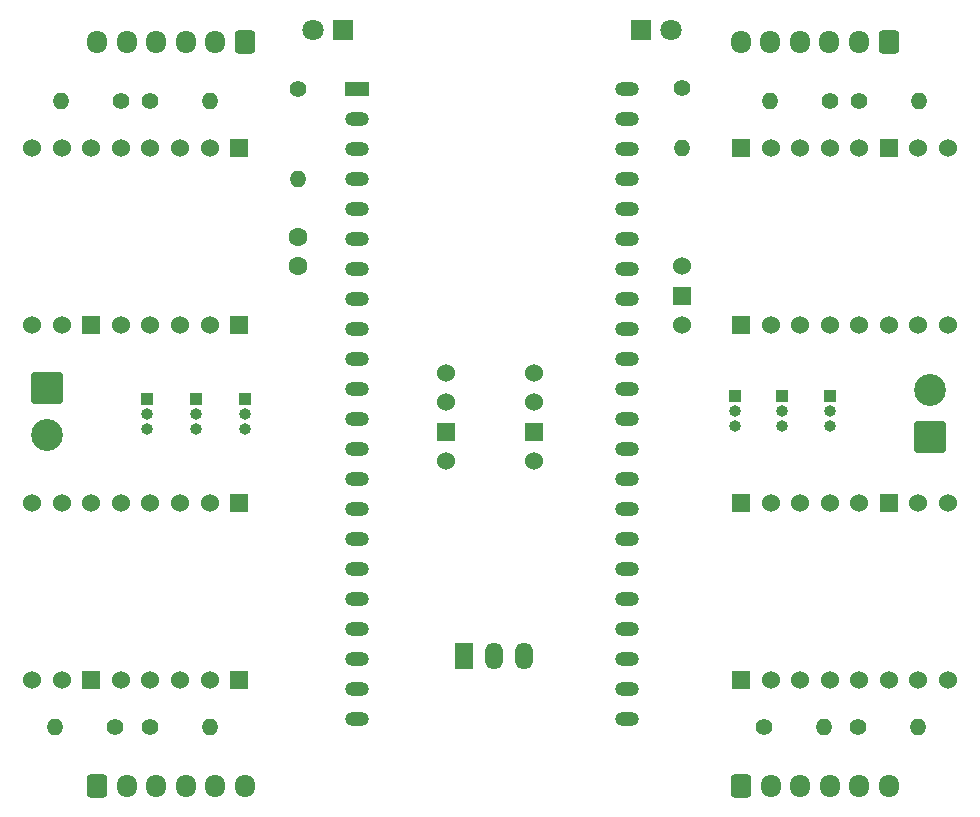
<source format=gbs>
%TF.GenerationSoftware,KiCad,Pcbnew,8.0.4-8.0.4-0~ubuntu22.04.1*%
%TF.CreationDate,2024-07-27T17:16:52+09:00*%
%TF.ProjectId,esp32s2s3dev_custom,65737033-3273-4327-9333-6465765f6375,rev?*%
%TF.SameCoordinates,Original*%
%TF.FileFunction,Soldermask,Bot*%
%TF.FilePolarity,Negative*%
%FSLAX46Y46*%
G04 Gerber Fmt 4.6, Leading zero omitted, Abs format (unit mm)*
G04 Created by KiCad (PCBNEW 8.0.4-8.0.4-0~ubuntu22.04.1) date 2024-07-27 17:16:52*
%MOMM*%
%LPD*%
G01*
G04 APERTURE LIST*
G04 Aperture macros list*
%AMRoundRect*
0 Rectangle with rounded corners*
0 $1 Rounding radius*
0 $2 $3 $4 $5 $6 $7 $8 $9 X,Y pos of 4 corners*
0 Add a 4 corners polygon primitive as box body*
4,1,4,$2,$3,$4,$5,$6,$7,$8,$9,$2,$3,0*
0 Add four circle primitives for the rounded corners*
1,1,$1+$1,$2,$3*
1,1,$1+$1,$4,$5*
1,1,$1+$1,$6,$7*
1,1,$1+$1,$8,$9*
0 Add four rect primitives between the rounded corners*
20,1,$1+$1,$2,$3,$4,$5,0*
20,1,$1+$1,$4,$5,$6,$7,0*
20,1,$1+$1,$6,$7,$8,$9,0*
20,1,$1+$1,$8,$9,$2,$3,0*%
G04 Aperture macros list end*
%ADD10RoundRect,0.250000X-0.600000X-0.725000X0.600000X-0.725000X0.600000X0.725000X-0.600000X0.725000X0*%
%ADD11O,1.700000X1.950000*%
%ADD12RoundRect,0.250000X0.600000X0.725000X-0.600000X0.725000X-0.600000X-0.725000X0.600000X-0.725000X0*%
%ADD13C,1.524000*%
%ADD14R,1.524000X1.524000*%
%ADD15O,1.500000X2.300000*%
%ADD16R,1.500000X2.300000*%
%ADD17R,1.000000X1.000000*%
%ADD18O,1.000000X1.000000*%
%ADD19C,1.400000*%
%ADD20O,1.400000X1.400000*%
%ADD21RoundRect,0.250001X1.099999X-1.099999X1.099999X1.099999X-1.099999X1.099999X-1.099999X-1.099999X0*%
%ADD22C,2.700000*%
%ADD23RoundRect,0.250001X-1.099999X1.099999X-1.099999X-1.099999X1.099999X-1.099999X1.099999X1.099999X0*%
%ADD24C,1.800000*%
%ADD25R,1.800000X1.800000*%
%ADD26C,1.600000*%
%ADD27R,2.000000X1.200000*%
%ADD28O,2.000000X1.200000*%
G04 APERTURE END LIST*
D10*
%TO.C,M4*%
X166000000Y-119000000D03*
D11*
X168500000Y-119000000D03*
X171000000Y-119000000D03*
X173500000Y-119000000D03*
X176000000Y-119000000D03*
X178500000Y-119000000D03*
%TD*%
%TO.C,M3*%
X165989950Y-56000000D03*
X168489950Y-56000000D03*
X170989950Y-56000000D03*
X173489950Y-56000000D03*
X175989950Y-56000000D03*
D12*
X178489950Y-56000000D03*
%TD*%
D11*
%TO.C,M2*%
X111500000Y-56000000D03*
X114000000Y-56000000D03*
X116500000Y-56000000D03*
X119000000Y-56000000D03*
X121500000Y-56000000D03*
D12*
X124000000Y-56000000D03*
%TD*%
D11*
%TO.C,M1*%
X124000000Y-119000000D03*
X121500000Y-119000000D03*
X119000000Y-119000000D03*
X116500000Y-119000000D03*
X114000000Y-119000000D03*
D10*
X111500000Y-119000000D03*
%TD*%
D13*
%TO.C,U4*%
X161000000Y-75000000D03*
D14*
X161000000Y-77500000D03*
D13*
X161000000Y-80000000D03*
%TD*%
D15*
%TO.C,U3*%
X147633000Y-108000000D03*
X145093000Y-108000000D03*
D16*
X142553000Y-108000000D03*
%TD*%
D13*
%TO.C,U2*%
X148500000Y-84000000D03*
X148500000Y-86500000D03*
D14*
X148500000Y-89000000D03*
D13*
X148500000Y-91500000D03*
X141000000Y-84000000D03*
X141000000Y-86500000D03*
D14*
X141000000Y-89000000D03*
D13*
X141000000Y-91500000D03*
%TD*%
D17*
%TO.C,SRV6*%
X173500000Y-86000000D03*
D18*
X173500000Y-87270000D03*
X173500000Y-88540000D03*
%TD*%
D17*
%TO.C,SRV5*%
X169500000Y-86000000D03*
D18*
X169500000Y-87270000D03*
X169500000Y-88540000D03*
%TD*%
D17*
%TO.C,SRV4*%
X165500000Y-86000000D03*
D18*
X165500000Y-87270000D03*
X165500000Y-88540000D03*
%TD*%
D17*
%TO.C,SRV3*%
X124000000Y-86250000D03*
D18*
X124000000Y-87520000D03*
X124000000Y-88790000D03*
%TD*%
D17*
%TO.C,SRV2*%
X119850000Y-86250000D03*
D18*
X119850000Y-87520000D03*
X119850000Y-88790000D03*
%TD*%
D17*
%TO.C,SRV1*%
X115700000Y-86250000D03*
D18*
X115700000Y-87520000D03*
X115700000Y-88790000D03*
%TD*%
D19*
%TO.C,R10*%
X128500000Y-60000000D03*
D20*
X128500000Y-67620000D03*
%TD*%
D19*
%TO.C,R9*%
X161000000Y-59920000D03*
D20*
X161000000Y-65000000D03*
%TD*%
D19*
%TO.C,R8*%
X175920000Y-114000000D03*
D20*
X181000000Y-114000000D03*
%TD*%
D19*
%TO.C,R7*%
X167920000Y-114000000D03*
D20*
X173000000Y-114000000D03*
%TD*%
D19*
%TO.C,R6*%
X173500000Y-61000000D03*
D20*
X168420000Y-61000000D03*
%TD*%
D19*
%TO.C,R5*%
X176000000Y-61000000D03*
D20*
X181080000Y-61000000D03*
%TD*%
%TO.C,R4*%
X108420000Y-61000000D03*
D19*
X113500000Y-61000000D03*
%TD*%
%TO.C,R3*%
X116000000Y-61000000D03*
D20*
X121080000Y-61000000D03*
%TD*%
D19*
%TO.C,R2*%
X113000000Y-114000000D03*
D20*
X107920000Y-114000000D03*
%TD*%
D19*
%TO.C,R1*%
X116000000Y-114000000D03*
D20*
X121080000Y-114000000D03*
%TD*%
D21*
%TO.C,Vout*%
X182000000Y-89460000D03*
D22*
X182000000Y-85500000D03*
%TD*%
D23*
%TO.C,Vin*%
X107250000Y-85290000D03*
D22*
X107250000Y-89250000D03*
%TD*%
D14*
%TO.C,DRV4*%
X166000000Y-110000000D03*
X166000000Y-95000000D03*
X178500000Y-95000000D03*
D13*
X176000000Y-110000000D03*
X183500000Y-95000000D03*
X171000000Y-95000000D03*
X168500000Y-95000000D03*
X173500000Y-95000000D03*
X176000000Y-95000000D03*
X171000000Y-110000000D03*
X173500000Y-110000000D03*
X181000000Y-110000000D03*
X178500000Y-110000000D03*
X168500000Y-110000000D03*
X183500000Y-110000000D03*
X181000000Y-95000000D03*
%TD*%
%TO.C,DRV3*%
X181000000Y-65000000D03*
X183500000Y-80000000D03*
X168500000Y-80000000D03*
X178500000Y-80000000D03*
X181000000Y-80000000D03*
X173500000Y-80000000D03*
X171000000Y-80000000D03*
X176000000Y-65000000D03*
X173500000Y-65000000D03*
X168500000Y-65000000D03*
X171000000Y-65000000D03*
X183500000Y-65000000D03*
X176000000Y-80000000D03*
D14*
X178500000Y-65000000D03*
X166000000Y-65000000D03*
X166000000Y-80000000D03*
%TD*%
D13*
%TO.C,DRV2*%
X108500000Y-80000000D03*
X106000000Y-65000000D03*
X121000000Y-65000000D03*
X111000000Y-65000000D03*
X108500000Y-65000000D03*
X116000000Y-65000000D03*
X118500000Y-65000000D03*
X113500000Y-80000000D03*
X116000000Y-80000000D03*
X121000000Y-80000000D03*
X118500000Y-80000000D03*
X106000000Y-80000000D03*
X113500000Y-65000000D03*
D14*
X111000000Y-80000000D03*
X123500000Y-80000000D03*
X123500000Y-65000000D03*
%TD*%
D13*
%TO.C,DRV1*%
X108500000Y-110000000D03*
X106000000Y-95000000D03*
X121000000Y-95000000D03*
X111000000Y-95000000D03*
X108500000Y-95000000D03*
X116000000Y-95000000D03*
X118500000Y-95000000D03*
X113500000Y-110000000D03*
X116000000Y-110000000D03*
X121000000Y-110000000D03*
X118500000Y-110000000D03*
X106000000Y-110000000D03*
X113500000Y-95000000D03*
D14*
X111000000Y-110000000D03*
X123500000Y-110000000D03*
X123500000Y-95000000D03*
%TD*%
D24*
%TO.C,RED*%
X129735000Y-55000000D03*
D25*
X132275000Y-55000000D03*
%TD*%
D24*
%TO.C,GREEN*%
X160040000Y-55000000D03*
D25*
X157500000Y-55000000D03*
%TD*%
D26*
%TO.C,C1*%
X128500000Y-75000000D03*
X128500000Y-72500000D03*
%TD*%
D27*
%TO.C,U1*%
X133500000Y-60000000D03*
D28*
X133500000Y-62540000D03*
X133500000Y-65080000D03*
X133500000Y-67620000D03*
X133500000Y-70160000D03*
X133500000Y-72700000D03*
X133500000Y-75240000D03*
X133500000Y-77780000D03*
X133500000Y-80320000D03*
X133500000Y-82860000D03*
X133500000Y-85400000D03*
X133500000Y-87940000D03*
X133500000Y-90480000D03*
X133500000Y-93020000D03*
X133500000Y-95560000D03*
X133500000Y-98100000D03*
X133500000Y-100640000D03*
X133500000Y-103180000D03*
X133500000Y-105720000D03*
X133496320Y-108257280D03*
X133496320Y-110797280D03*
X133496320Y-113337280D03*
X156360000Y-113340000D03*
X156360000Y-110800000D03*
X156360000Y-108260000D03*
X156360000Y-105720000D03*
X156360000Y-103180000D03*
X156360000Y-100640000D03*
X156360000Y-98100000D03*
X156360000Y-95560000D03*
X156360000Y-93020000D03*
X156360000Y-90480000D03*
X156360000Y-87940000D03*
X156360000Y-85400000D03*
X156360000Y-82860000D03*
X156360000Y-80320000D03*
X156360000Y-77780000D03*
X156360000Y-75240000D03*
X156360000Y-72700000D03*
X156360000Y-70160000D03*
X156360000Y-67620000D03*
X156360000Y-65080000D03*
X156360000Y-62540000D03*
X156360000Y-60000000D03*
%TD*%
M02*

</source>
